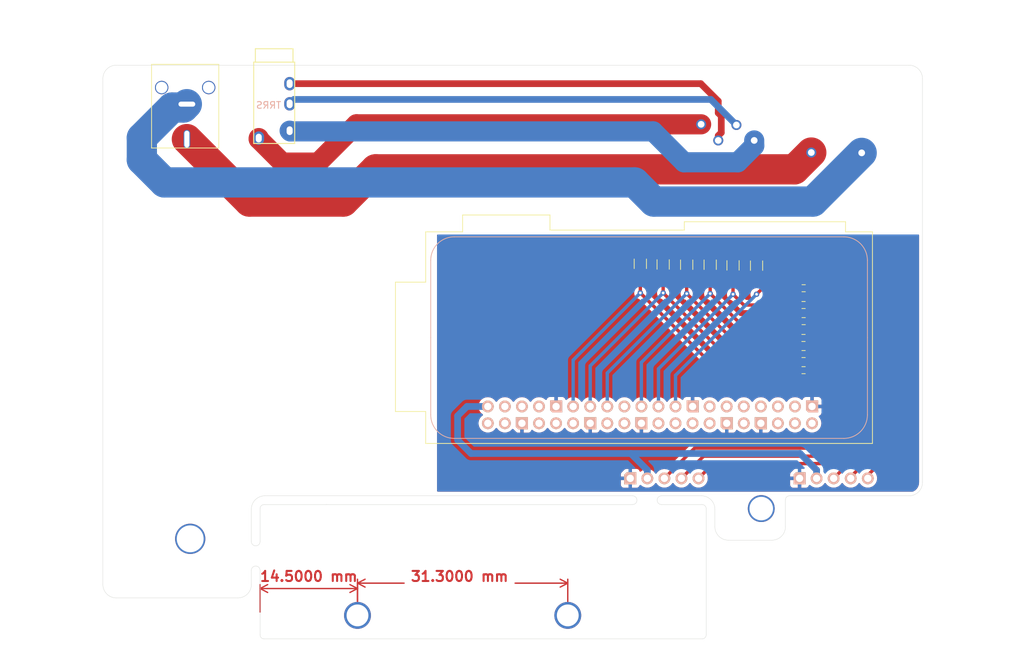
<source format=kicad_pcb>
(kicad_pcb (version 20211014) (generator pcbnew)
  (layers (0 "F.Cu" signal) (31 "B.Cu" signal) (34 "B.Paste" user) (35 "F.Paste" user) (37 "F.SilkS" user "F.Silkscreen") (38 "B.Mask" user) (39 "F.Mask" user) (44 "Edge.Cuts" user))
  (net 0 "")
  (net 1 "gnd")
  (net 2 "r")
  (net 3 "w")
  (net 4 "g")
  (net 5 "b")
  (net 6 "+")
  (net 7 "-")
  (net 8 "3V3")
  (net 9 "GPIO_0")
  (net 10 "GPIO_2")
  (net 11 "GPIO_3")
  (net 12 "GPIO_12")
  (net 13 "GPIO_13")
  (net 14 "GPIO_14")
  (footprint "" (layer "F.Cu") (at 133.86 82 90)
    (fp_text reference "" (at 0 0 90) (layer "F.SilkS") (effects (font (size 1.27 1.27))))
    (fp_text value "" (at 0 0 90) (layer "F.SilkS") (effects (font (size 1.27 1.27))))
    (pad "clk" thru_hole circle (at 0 0) (size 1.7526 1.7526) (drill 1.0922) (layers *.Cu *.SilkS *.Mask) (net 14 "GPIO_14"))
  )
  (footprint "" (layer "F.Cu") (at 118 86.5)
    (fp_text reference "" (at 0 0) (layer "F.SilkS") (effects (font (size 1.27 1.27))))
    (fp_text value "" (at 0 0) (layer "F.SilkS") (effects (font (size 1.27 1.27))))
    (pad "" np_thru_hole circle (at 0 0 270) (size 4 4) (drill 3.5) (layers F&B.Cu *.Mask))
  )
  (footprint "Resistor_SMD:R_0603_1608Metric_Pad0.98x0.95mm_HandSolder" (layer "F.Cu") (at 124.3 63.5)
    (fp_text reference "REF**" hide)
    (fp_text value "R1")
    (fp_line (start -0.254724 -0.5225) (end 0.254724 -0.5225) (layer "F.SilkS") (width 0.12))
    (fp_line (start -0.254724 0.5225) (end 0.254724 0.5225) (layer "F.SilkS") (width 0.12))
    (pad "" smd roundrect (at -0.9125 0) (size 0.975 0.95) (layers "F.Cu" "F.Paste" "F.Mask") (net 10 "GPIO_2"))
    (pad "" smd roundrect (at 0.9125 0) (size 0.975 0.95) (layers "F.Cu" "F.Paste" "F.Mask") (net 10 "GPIO_2"))
  )
  (footprint "" (layer "F.Cu") (at 132.95 33.55)
    (fp_text reference "" (at 0 0) (layer "F.SilkS") (effects (font (size 1.27 1.27))))
    (fp_text value "" (at 0 0) (layer "F.SilkS") (effects (font (size 1.27 1.27))))
    (pad "5" thru_hole circle (at 0 0 270) (size 1.5 1.5) (drill 1) (layers *.Cu *.Mask) (net 7 "-"))
  )
  (footprint "" (layer "F.Cu") (at 89.2 102.4)
    (fp_text reference "" (at 0 0) (layer "F.SilkS") (effects (font (size 1.27 1.27))))
    (fp_text value "" (at 0 0) (layer "F.SilkS") (effects (font (size 1.27 1.27))))
    (pad "" np_thru_hole circle (at 0 0 270) (size 4 4) (drill 3.25) (layers F&B.Cu *.Mask))
  )
  (footprint "" (layer "F.Cu") (at 114.3 29.4)
    (fp_text reference "" (at 0 0) (layer "F.SilkS") (effects (font (size 1.27 1.27))))
    (fp_text value "" (at 0 0) (layer "F.SilkS") (effects (font (size 1.27 1.27))))
    (pad "3" thru_hole circle (at 0 0 270) (size 1.5 1.5) (drill 1) (layers *.Cu *.Mask) (net 4 "g"))
  )
  (footprint "" (layer "F.Cu") (at 131.32 82 90)
    (fp_text reference "" (at 0 0 90) (layer "F.SilkS") (effects (font (size 1.27 1.27))))
    (fp_text value "" (at 0 0 90) (layer "F.SilkS") (effects (font (size 1.27 1.27))))
    (pad "dt" thru_hole circle (at 0 0) (size 1.7526 1.7526) (drill 1.0922) (layers *.Cu *.SilkS *.Mask) (net 13 "GPIO_13"))
  )
  (footprint "" (layer "F.Cu") (at 33 91)
    (fp_text reference "" (at 0 0) (layer "F.SilkS") (effects (font (size 1.27 1.27))))
    (fp_text value "" (at 0 0) (layer "F.SilkS") (effects (font (size 1.27 1.27))))
    (pad "" np_thru_hole circle (at 0 0 270) (size 4.5 4.5) (drill 4) (layers F&B.Cu *.Mask))
  )
  (footprint "Audio_Module:TRRS-PJ-320A" (layer "F.Cu") (at 45.5 20.05)
    (fp_text reference "J1")
    (fp_text value "AudioJack4dpb" hide)
    (fp_text user "TRRS" (at -0.8255 6.4135) (layer "B.SilkS") (effects (justify mirror)))
    (fp_line (start -3.05 0) (end -3.05 12.1) (layer "F.SilkS") (width 0.15))
    (fp_line (start 2.8 0) (end 2.8 -2) (layer "F.SilkS") (width 0.15))
    (fp_line (start 2.8 -2) (end -2.8 -2) (layer "F.SilkS") (width 0.15))
    (fp_line (start -2.8 0) (end -2.8 -2) (layer "F.SilkS") (width 0.15))
    (fp_line (start 3.05 0) (end -3.05 0) (layer "F.SilkS") (width 0.15))
    (fp_line (start 3.05 0) (end 3.05 12.1) (layer "F.SilkS") (width 0.15))
    (fp_line (start 3.05 12.1) (end -3.05 12.1) (layer "F.SilkS") (width 0.15))
    (pad "" np_thru_hole circle (at 0 1.6) (size 0.8 0.8) (drill 0.8) (layers *.Cu *.Mask))
    (pad "" np_thru_hole circle (at 0 8.6) (size 0.8 0.8) (drill 0.8) (layers *.Cu *.Mask))
    (pad "R1" thru_hole oval (at 2.3 6.2) (size 1.6 2) (drill oval 0.9 1.3) (layers *.Cu *.Mask) (net 4 "g"))
    (pad "R2" thru_hole oval (at 2.3 3.2) (size 1.6 2) (drill oval 0.9 1.3) (layers *.Cu *.Mask) (net 3 "w"))
    (pad "S" thru_hole oval (at -2.3 11.3) (size 1.6 2) (drill oval 0.9 1.3) (layers *.Cu *.Mask) (net 2 "r"))
    (pad "T" thru_hole oval (at 2.3 10.2) (size 1.6 2) (drill oval 0.9 1.3) (layers *.Cu *.Mask) (net 5 "b"))
  )
  (footprint "" (layer "F.Cu") (at 101.04 82 90)
    (fp_text reference "" (at 0 0 90) (layer "F.SilkS") (effects (font (size 1.27 1.27))))
    (fp_text value "" (at 0 0 90) (layer "F.SilkS") (effects (font (size 1.27 1.27))))
    (pad "" thru_hole circle (at 0 0) (size 1.7526 1.7526) (drill 1.0922) (layers *.Cu *.SilkS *.Mask) (net 8 "3V3"))
  )
  (footprint "Resistor_SMD:R_0603_1608Metric_Pad0.98x0.95mm_HandSolder" (layer "F.Cu") (at 124.3125 58.6)
    (fp_text reference "REF**" hide)
    (fp_text value "R2")
    (fp_line (start -0.254724 0.5225) (end 0.254724 0.5225) (layer "F.SilkS") (width 0.12))
    (fp_line (start -0.254724 -0.5225) (end 0.254724 -0.5225) (layer "F.SilkS") (width 0.12))
    (pad "" smd roundrect (at 0.9125 0) (size 0.975 0.95) (layers "F.Cu" "F.Paste" "F.Mask") (net 12 "GPIO_12"))
    (pad "" smd roundrect (at -0.9125 0) (size 0.975 0.95) (layers "F.Cu" "F.Paste" "F.Mask") (net 12 "GPIO_12"))
  )
  (footprint "Resistor_SMD:R_0603_1608Metric_Pad0.98x0.95mm_HandSolder" (layer "F.Cu") (at 124.3 56.2)
    (fp_text reference "REF**" hide)
    (fp_text value "R2")
    (fp_line (start -0.254724 -0.5225) (end 0.254724 -0.5225) (layer "F.SilkS") (width 0.12))
    (fp_line (start -0.254724 0.5225) (end 0.254724 0.5225) (layer "F.SilkS") (width 0.12))
    (pad "" smd roundrect (at -0.9125 0) (size 0.975 0.95) (layers "F.Cu" "F.Paste" "F.Mask") (net 13 "GPIO_13"))
    (pad "" smd roundrect (at 0.9125 0) (size 0.975 0.95) (layers "F.Cu" "F.Paste" "F.Mask") (net 13 "GPIO_13"))
  )
  (footprint "" (layer "F.Cu") (at 108.66 82)
    (fp_text reference "" (at 0 0) (layer "F.SilkS") (effects (font (size 1.27 1.27))))
    (fp_text value "" (at 0 0) (layer "F.SilkS") (effects (font (size 1.27 1.27))))
    (pad "clk" thru_hole circle (at 0 0) (size 1.7526 1.7526) (drill 1.0922) (layers *.Cu *.SilkS *.Mask) (net 11 "GPIO_3"))
  )
  (footprint "" (layer "F.Cu") (at 109.05 29.3)
    (fp_text reference "" (at 0 0) (layer "F.SilkS") (effects (font (size 1.27 1.27))))
    (fp_text value "" (at 0 0) (layer "F.SilkS") (effects (font (size 1.27 1.27))))
    (pad "1" thru_hole circle (at 0 0 270) (size 1.5 1.5) (drill 1) (layers *.Cu *.Mask) (net 2 "r"))
  )
  (footprint "Resistor_SMD:R_0603_1608Metric_Pad0.98x0.95mm_HandSolder" (layer "F.Cu") (at 124.3125 53.7)
    (fp_text reference "REF**" hide)
    (fp_text value "R2")
    (fp_line (start -0.254724 0.5225) (end 0.254724 0.5225) (layer "F.SilkS") (width 0.12))
    (fp_line (start -0.254724 -0.5225) (end 0.254724 -0.5225) (layer "F.SilkS") (width 0.12))
    (pad "" smd roundrect (at -0.9125 0) (size 0.975 0.95) (layers "F.Cu" "F.Paste" "F.Mask") (net 14 "GPIO_14"))
    (pad "" smd roundrect (at 0.9125 0) (size 0.975 0.95) (layers "F.Cu" "F.Paste" "F.Mask") (net 14 "GPIO_14"))
  )
  (footprint "Audio_Module:RCA" (layer "F.Cu") (at 32.5 26.3 -90)
    (fp_text reference "REF**")
    (fp_text value "RCA")
    (fp_line (start -5.925 5.25) (end 6.525 5.25) (layer "F.SilkS") (width 0.12))
    (fp_line (start 6.525 5.25) (end 6.525 -4.75) (layer "F.SilkS") (width 0.12))
    (fp_line (start -5.925 5.25) (end -5.925 -4.75) (layer "F.SilkS") (width 0.12))
    (fp_line (start -5.925 -4.75) (end 6.525 -4.75) (layer "F.SilkS") (width 0.12))
    (pad "" np_thru_hole circle (at -2.475 -3.25 270) (size 2 2) (drill 1.7) (layers F&B.Cu *.Mask))
    (pad "" np_thru_hole circle (at -2.475 3.75 270) (size 2 2) (drill 1.7) (layers F&B.Cu *.Mask))
    (pad "1" thru_hole oval (at 5.2 0 270) (size 2.75 1) (drill oval 2.5 0.75) (layers *.Cu *.Mask) (net 6 "+"))
    (pad "2" thru_hole oval (at 0 0) (size 2.75 1) (drill oval 2.5 0.75) (layers *.Cu *.Mask) (net 7 "-"))
  )
  (footprint "Capacitor_SMD:C_1206_3216Metric_Pad1.33x1.80mm_HandSolder" (layer "F.Cu") (at 117.3 50.3375 90)
    (fp_text reference "REF**" hide)
    (fp_text value "104k (.1u)")
    (fp_line (start -0.711252 -0.91) (end 0.711252 -0.91) (layer "F.SilkS") (width 0.12))
    (fp_line (start -0.711252 0.91) (end 0.711252 0.91) (layer "F.SilkS") (width 0.12))
    (pad "" smd roundrect (at 1.5625 0 90) (size 1.325 1.8) (layers "F.Cu" "F.Paste" "F.Mask") (roundrect_rratio 0.188679) (net 1 "gnd"))
    (pad "" smd roundrect (at -1.5625 0 90) (size 1.325 1.8) (layers "F.Cu" "F.Paste" "F.Mask") (roundrect_rratio 0.188679) (net 14 "GPIO_14"))
  )
  (footprint "" (layer "F.Cu") (at 126.24 82 90)
    (fp_text reference "" (at 0 0 90) (layer "F.SilkS") (effects (font (size 1.27 1.27))))
    (fp_text value "" (at 0 0 90) (layer "F.SilkS") (effects (font (size 1.27 1.27))))
    (pad "" thru_hole circle (at 0 0) (size 1.7526 1.7526) (drill 1.0922) (layers *.Cu *.SilkS *.Mask) (net 8 "3V3"))
  )
  (footprint "" (layer "F.Cu") (at 125.45 33.5)
    (fp_text reference "" (at 0 0) (layer "F.SilkS") (effects (font (size 1.27 1.27))))
    (fp_text value "" (at 0 0) (layer "F.SilkS") (effects (font (size 1.27 1.27))))
    (pad "1" thru_hole circle (at 0 0 270) (size 1.5 1.5) (drill 1) (layers *.Cu *.Mask) (net 6 "+"))
  )
  (footprint "Capacitor_SMD:C_1206_3216Metric_Pad1.33x1.80mm_HandSolder" (layer "F.Cu") (at 110.4 50.2 90)
    (fp_text reference "REF**" hide)
    (fp_text value "R2")
    (fp_line (start -0.711252 -0.91) (end 0.711252 -0.91) (layer "F.SilkS") (width 0.12))
    (fp_line (start -0.711252 0.91) (end 0.711252 0.91) (layer "F.SilkS") (width 0.12))
    (pad "" smd roundrect (at 1.5625 0 90) (size 1.325 1.8) (layers "F.Cu" "F.Paste" "F.Mask") (roundrect_rratio 0.188679) (net 1 "gnd"))
    (pad "" smd roundrect (at -1.5625 0 90) (size 1.325 1.8) (layers "F.Cu" "F.Paste" "F.Mask") (roundrect_rratio 0.188679) (net 12 "GPIO_12"))
  )
  (footprint "Capacitor_SMD:C_1206_3216Metric_Pad1.33x1.80mm_HandSolder" (layer "F.Cu") (at 103.4 50.1625 90)
    (fp_text reference "REF**" hide)
    (fp_text value "R1")
    (fp_line (start -0.711252 -0.91) (end 0.711252 -0.91) (layer "F.SilkS") (width 0.12))
    (fp_line (start -0.711252 0.91) (end 0.711252 0.91) (layer "F.SilkS") (width 0.12))
    (pad "" smd roundrect (at -1.5625 0 90) (size 1.325 1.8) (layers "F.Cu" "F.Paste" "F.Mask") (roundrect_rratio 0.188679) (net 10 "GPIO_2"))
    (pad "" smd roundrect (at 1.5625 0 90) (size 1.325 1.8) (layers "F.Cu" "F.Paste" "F.Mask") (roundrect_rratio 0.188679) (net 1 "gnd"))
  )
  (footprint "Capacitor_SMD:C_1206_3216Metric_Pad1.33x1.80mm_HandSolder" (layer "F.Cu") (at 100 50.0625 90)
    (fp_text reference "REF**" hide)
    (fp_text value "R1")
    (fp_line (start -0.711252 0.91) (end 0.711252 0.91) (layer "F.SilkS") (width 0.12))
    (fp_line (start -0.711252 -0.91) (end 0.711252 -0.91) (layer "F.SilkS") (width 0.12))
    (pad "" smd roundrect (at -1.5625 0 90) (size 1.325 1.8) (layers "F.Cu" "F.Paste" "F.Mask") (roundrect_rratio 0.188679) (net 9 "GPIO_0"))
    (pad "" smd roundrect (at 1.5625 0 90) (size 1.325 1.8) (layers "F.Cu" "F.Paste" "F.Mask") (roundrect_rratio 0.188679) (net 1 "gnd"))
  )
  (footprint "Resistor_SMD:R_0603_1608Metric_Pad0.98x0.95mm_HandSolder" (layer "F.Cu") (at 124.3 65.9)
    (fp_text reference "REF**" hide)
    (fp_text value "R1")
    (fp_line (start -0.254724 0.5225) (end 0.254724 0.5225) (layer "F.SilkS") (width 0.12))
    (fp_line (start -0.254724 -0.5225) (end 0.254724 -0.5225) (layer "F.SilkS") (width 0.12))
    (pad "" smd roundrect (at -0.9125 0) (size 0.975 0.95) (layers "F.Cu" "F.Paste" "F.Mask") (net 9 "GPIO_0"))
    (pad "" smd roundrect (at 0.9125 0) (size 0.975 0.95) (layers "F.Cu" "F.Paste" "F.Mask") (net 9 "GPIO_0"))
  )
  (footprint "" (layer "F.Cu") (at 111.6 31.7)
    (fp_text reference "" (at 0 0) (layer "F.SilkS") (effects (font (size 1.27 1.27))))
    (fp_text value "" (at 0 0) (layer "F.SilkS") (effects (font (size 1.27 1.27))))
    (pad "2" thru_hole circle (at 0 0 270) (size 1.5 1.5) (drill 1) (layers *.Cu *.Mask) (net 3 "w"))
  )
  (footprint "" (layer "F.Cu") (at 57.9 102.4)
    (fp_text reference "" (at 0 0) (layer "F.SilkS") (effects (font (size 1.27 1.27))))
    (fp_text value "" (at 0 0) (layer "F.SilkS") (effects (font (size 1.27 1.27))))
    (pad "" np_thru_hole circle (at 0 0 270) (size 4 4) (drill 3.25) (layers F&B.Cu *.Mask))
  )
  (footprint "Capacitor_SMD:C_1206_3216Metric_Pad1.33x1.80mm_HandSolder" (layer "F.Cu") (at 106.9 50.2 90)
    (fp_text reference "REF**" hide)
    (fp_text value "R1")
    (fp_line (start -0.711252 -0.91) (end 0.711252 -0.91) (layer "F.SilkS") (width 0.12))
    (fp_line (start -0.711252 0.91) (end 0.711252 0.91) (layer "F.SilkS") (width 0.12))
    (pad "" smd roundrect (at -1.5625 0 90) (size 1.325 1.8) (layers "F.Cu" "F.Paste" "F.Mask") (roundrect_rratio 0.188679) (net 11 "GPIO_3"))
    (pad "" smd roundrect (at 1.5625 0 90) (size 1.325 1.8) (layers "F.Cu" "F.Paste" "F.Mask") (roundrect_rratio 0.188679) (net 1 "gnd"))
  )
  (footprint "" (layer "F.Cu") (at 103.58 82 90)
    (fp_text reference "" (at 0 0 90) (layer "F.SilkS") (effects (font (size 1.27 1.27))))
    (fp_text value "" (at 0 0 90) (layer "F.SilkS") (effects (font (size 1.27 1.27))))
    (pad "sw" thru_hole circle (at 0 0) (size 1.7526 1.7526) (drill 1.0922) (layers *.Cu *.SilkS *.Mask) (net 9 "GPIO_0"))
  )
  (footprint "" (layer "F.Cu") (at 98.5 82 90)
    (fp_text reference "" (at 0 0 90) (layer "F.SilkS") (effects (font (size 1.27 1.27))))
    (fp_text value "" (at 0 0 90) (layer "F.SilkS") (effects (font (size 1.27 1.27))))
    (pad "" thru_hole roundrect (at 0 0) (size 1.8 1.8) (drill 1.0922) (layers *.Cu *.SilkS *.Mask) (roundrect_rratio 0) (chamfer_ratio 0.2) (chamfer top_left) (net 1 "gnd"))
  )
  (footprint "" (layer "F.Cu") (at 116.95 31.7)
    (fp_text reference "" (at 0 0) (layer "F.SilkS") (effects (font (size 1.27 1.27))))
    (fp_text value "" (at 0 0) (layer "F.SilkS") (effects (font (size 1.27 1.27))))
    (pad "5" thru_hole circle (at 0 0 270) (size 1.5 1.5) (drill 1) (layers *.Cu *.Mask) (net 5 "b"))
  )
  (footprint "" (layer "F.Cu") (at 128.78 82 180)
    (fp_text reference "" (at 0 0) (layer "F.SilkS") (effects (font (size 1.27 1.27))))
    (fp_text value "" (at 0 0) (layer "F.SilkS") (effects (font (size 1.27 1.27))))
    (pad "sw" thru_hole circle (at 0 0 90) (size 1.7526 1.7526) (drill 1.0922) (layers *.Cu *.SilkS *.Mask) (net 12 "GPIO_12"))
  )
  (footprint "Resistor_SMD:R_0603_1608Metric_Pad0.98x0.95mm_HandSolder" (layer "F.Cu") (at 124.2875 61.1)
    (fp_text reference "REF**" hide)
    (fp_text value "42 (10k)")
    (fp_line (start -0.254724 -0.5225) (end 0.254724 -0.5225) (layer "F.SilkS") (width 0.12))
    (fp_line (start -0.254724 0.5225) (end 0.254724 0.5225) (layer "F.SilkS") (width 0.12))
    (pad "" smd roundrect (at 0.9125 0) (size 0.975 0.95) (layers "F.Cu" "F.Paste" "F.Mask") (net 11 "GPIO_3"))
    (pad "" smd roundrect (at -0.9125 0) (size 0.975 0.95) (layers "F.Cu" "F.Paste" "F.Mask") (net 11 "GPIO_3"))
  )
  (footprint "" (layer "F.Cu") (at 123.7 82 90)
    (fp_text reference "" (at 0 0 90) (layer "F.SilkS") (effects (font (size 1.27 1.27))))
    (fp_text value "" (at 0 0 90) (layer "F.SilkS") (effects (font (size 1.27 1.27))))
    (pad "" thru_hole roundrect (at 0 0) (size 1.8 1.8) (drill 1.0922) (layers *.Cu *.SilkS *.Mask) (roundrect_rratio 0) (chamfer_ratio 0.2) (chamfer top_left) (net 1 "gnd"))
  )
  (footprint "" (layer "F.Cu") (at 106.12 82 90)
    (fp_text reference "" (at 0 0 90) (layer "F.SilkS") (effects (font (size 1.27 1.27))))
    (fp_text value "" (at 0 0 90) (layer "F.SilkS") (effects (font (size 1.27 1.27))))
    (pad "dt" thru_hole circle (at 0 0) (size 1.7526 1.7526) (drill 1.0922) (layers *.Cu *.SilkS *.Mask) (net 10 "GPIO_2"))
  )
  (footprint "Capacitor_SMD:C_1206_3216Metric_Pad1.33x1.80mm_HandSolder" (layer "F.Cu") (at 113.8 50.3 90)
    (fp_text reference "REF**" hide)
    (fp_text value "R2")
    (fp_line (start -0.711252 -0.91) (end 0.711252 -0.91) (layer "F.SilkS") (width 0.12))
    (fp_line (start -0.711252 0.91) (end 0.711252 0.91) (layer "F.SilkS") (width 0.12))
    (pad "" smd roundrect (at -1.5625 0 90) (size 1.325 1.8) (layers "F.Cu" "F.Paste" "F.Mask") (roundrect_rratio 0.188679) (net 13 "GPIO_13"))
    (pad "" smd roundrect (at 1.5625 0 90) (size 1.325 1.8) (layers "F.Cu" "F.Paste" "F.Mask") (roundrect_rratio 0.188679) (net 1 "gnd"))
  )
  (footprint "Audio_Module:RPi Zero W" (layer "B.Cu") (at 98.8 61.05 -90)
    (fp_text reference "REF**")
    (fp_text value "RPi Zero W")
    (fp_line (start -15 26.5) (end -15 -31.5) (layer "B.SilkS") (width 0.12))
    (fp_line (start -11.5 30) (end 0 30) (layer "B.SilkS") (width 0.12))
    (fp_line (start -11.5 -35) (end 0 -35) (layer "B.SilkS") (width 0.12))
    (fp_line (start 15 26.5) (end 15 -31.5) (layer "B.SilkS") (width 0.12))
    (fp_line (start 0 30) (end 11.5 30) (layer "B.SilkS") (width 0.12))
    (fp_line (start 0 -35) (end 11.5 -35) (layer "B.SilkS") (width 0.12))
    (fp_arc (start 15 26.5) (mid 13.974874 28.974874) (end 11.5 30) (layer "B.SilkS") (width 0.12))
    (fp_arc (start -11.5 30) (mid -13.974874 28.974874) (end -15 26.5) (layer "B.SilkS") (width 0.12))
    (fp_arc (start -15 -31.5) (mid -13.974874 -33.974874) (end -11.5 -35) (layer "B.SilkS") (width 0.12))
    (fp_arc (start 11.5 -35) (mid 13.974874 -33.974874) (end 15 -31.5) (layer "B.SilkS") (width 0.12))
    (fp_line (start -15.75 30.75) (end -15.75 25.25) (layer "F.SilkS") (width 0.12))
    (fp_line (start 15.75 -35.75) (end -15.75 -35.75) (layer "F.SilkS") (width 0.12))
    (fp_line (start -17.25 -7.75) (end -16 -7.75) (layer "F.SilkS") (width 0.12))
    (fp_line (start -8.25 35.25) (end 11 35.25) (layer "F.SilkS") (width 0.12))
    (fp_line (start 15.75 30.75) (end 15.75 -35.75) (layer "F.SilkS") (width 0.12))
    (fp_line (start -8.25 30.75) (end -15.75 30.75) (layer "F.SilkS") (width 0.12))
    (fp_line (start -17.25 -31.75) (end -17.25 -7.75) (layer "F.SilkS") (width 0.12))
    (fp_line (start 11 35.25) (end 11 30.75) (layer "F.SilkS") (width 0.12))
    (fp_line (start 11 30.75) (end 15.75 30.75) (layer "F.SilkS") (width 0.12))
    (fp_line (start -16 -7.75) (end -16 12.25) (layer "F.SilkS") (width 0.12))
    (fp_line (start -16 12.25) (end -18.25 12.25) (layer "F.SilkS") (width 0.12))
    (fp_line (start -18.25 12.25) (end -18.25 25.25) (layer "F.SilkS") (width 0.12))
    (fp_line (start -15.75 -35.75) (end -15.75 -31.75) (layer "F.SilkS") (width 0.12))
    (fp_line (start -15.75 -31.75) (end -17.25 -31.75) (layer "F.SilkS") (width 0.12))
    (fp_line (start -18.25 25.25) (end -15.75 25.25) (layer "F.SilkS") (width 0.12))
    (fp_line (start -8.25 35.25) (end -8.25 30.75) (layer "F.SilkS") (width 0.12))
    (pad "" thru_hole circle (at 10.25 -6.44) (size 1.7526 1.7526) (drill 1.0922) (layers *.Cu *.SilkS *.Mask) (net 14 "GPIO_14"))
    (pad "" thru_hole circle (at 10.25 6.26) (size 1.7526 1.7526) (drill 1.0922) (layers *.Cu *.SilkS *.Mask) (net 10 "GPIO_2"))
    (pad "" thru_hole circle (at 10.25 -3.9) (size 1.7526 1.7526) (drill 1.0922) (layers *.Cu *.SilkS *.Mask) (net 13 "GPIO_13"))
    (pad "" thru_hole circle (at 10.25 8.8) (size 1.7526 1.7526) (drill 1.0922) (layers *.Cu *.SilkS *.Mask) (net 9 "GPIO_0"))
    (pad "" thru_hole circle (at 10.25 3.72) (size 1.7526 1.7526) (drill 1.0922) (layers *.Cu *.SilkS *.Mask) (net 11 "GPIO_3"))
    (pad "" thru_hole circle (at 10.25 -1.36) (size 1.7526 1.7526) (drill 1.0922) (layers *.Cu *.SilkS *.Mask) (net 12 "GPIO_12"))
    (pad "" thru_hole circle (at 10.25 21.5) (size 1.7526 1.7526) (drill 1.0922) (layers *.Cu *.SilkS *.Mask) (net 8 "3V3"))
    (pad "2" thru_hole circle (at 10.25 18.96) (size 1.7526 1.7526) (drill 1.0922) (layers *.Cu *.SilkS *.Mask))
    (pad "3" thru_hole circle (at 10.25 16.42) (size 1.7526 1.7526) (drill 1.0922) (layers *.Cu *.SilkS *.Mask))
    (pad "3" thru_hole circle (at 12.75 -3.9) (size 1.7526 1.7526) (drill 1.0922) (layers *.Cu *.SilkS *.Mask))
    (pad "3v3" thru_hole circle (at 10.25 1.18) (size 1.7526 1.7526) (drill 1.0922) (layers *.Cu *.SilkS *.Mask))
    (pad "4" thru_hole circle (at 12.75 -6.44) (size 1.7526 1.7526) (drill 1.0922) (layers *.Cu *.SilkS *.Mask))
    (pad "4" thru_hole circle (at 10.25 13.88) (size 1.7526 1.7526) (drill 1.0922) (layers *.Cu *.SilkS *.Mask))
    (pad "4" thru_hole circle (at 12.75 13.88) (size 1.7526 1.7526) (drill 1.0922) (layers *.Cu *.SilkS *.Mask))
    (pad "5" thru_hole circle (at 12.75 -8.98) (size 1.7526 1.7526) (drill 1.0922) (layers *.Cu *.SilkS *.Mask))
    (pad "5" thru_hole circle (at 12.75 11.34) (size 1.7526 1.7526) (drill 1.0922) (layers *.Cu *.SilkS *.Mask))
    (pad "6" thru_hole circle (at 12.75 -11.52) (size 1.7526 1.7526) (drill 1.0922) (layers *.Cu *.SilkS *.Mask))
    (pad "6" thru_hole circle (at 12.75 8.8) (size 1.7526 1.7526) (drill 1.0922) (layers *.Cu *.SilkS *.Mask))
    (pad "6" thru_hole circle (at 10.25 -11.52) (size 1.7526 1.7526) (drill 1.0922) (layers *.Cu *.SilkS *.Mask))
    (pad "7" thru_hole circle (at 10.25 -14.06) (size 1.7526 1.7526) (drill 1.0922) (layers *.Cu *.SilkS *.Mask))
    (pad "8" thru_hole circle (at 12.75 -16.6) (size 1.7526 1.7526) (drill 1.0922) (layers *.Cu *.SilkS *.Mask))
    (pad "8" thru_hole circle (at 10.25 -16.6) (size 1.7526 1.7526) (drill 1.0922) (layers *.Cu *.SilkS *.Mask))
    (pad "8" thru_hole circle (at 12.75 3.72) (size 1.7526 1.7526) (drill 1.0922) (layers *.Cu *.SilkS *.Mask))
    (pad "9" thru_hole circle (at 10.25 -19.14) (size 1.7526 1.7526) (drill 1.0922) (layers *.Cu *.SilkS *.Mask))
    (pad "9" thru_hole circle (at 12.75 1.18) (size 1.7526 1.7526) (drill 1.0922) (layers *.Cu *.SilkS *.Mask))
    (pad "10" thru_hole circle (at 10.25 -21.68) (size 1.7526 1.7526) (drill 1.0922) (layers *.Cu *.SilkS *.Mask))
    (pad "10" thru_hole circle (at 12.75 -21.68) (size 1.7526 1.7526) (drill 1.0922) (layers *.Cu *.SilkS *.Mask))
    (pad "11" thru_hole circle (at 12.75 -24.22) (size 1.7526 1.7526) (drill 1.0922) (layers *.Cu *.SilkS *.Mask))
    (pad "11" thru_hole circle (at 10.25 -24.22) (size 1.7526 1.7526) (drill 1.0922) (layers *.Cu *.SilkS *.Mask))
    (pad "12" thru_hole circle (at 12.75 -26.76) (size 1.7526 1.7526) (drill 1.0922) (layers *.Cu *.SilkS *.Mask))
    (pad "gnd" thru_hole roundrect (at 10.25 11.34) (size 1.8 1.8) (drill 1.0922) (layers *.Cu *.SilkS *.Mask) (roundrect_rratio 0) (chamfer_ratio 0.2) (chamfer bottom_left) (net 1 "gnd"))
    (pad "gnd" thru_hole roundrect (at 10.25 -26.76) (size 1.8 1.8) (drill 1.0922) (layers *.Cu *.SilkS *.Mask) (roundrect_rratio 0) (chamfer_ratio 0.2) (chamfer bottom_left) (net 1 "gnd"))
    (pad "gnd" thru_hole roundrect (at 12.75 -19.14) (size 1.8 1.8) (drill 1.0922) (layers *.Cu *.SilkS *.Mask) (roundrect_rratio 0) (chamfer_ratio 0.2) (chamfer bottom_left) (net 1 "gnd"))
    (pad "gnd" thru_hole roundrect (at 12.75 -1.36) (size 1.8 1.8) (drill 1.0922) (layers *.Cu *.SilkS *.Mask) (roundrect_rratio 0) (chamfer_ratio 0.2) (chamfer bottom_left) (net 1 "gnd"))
    (pad "gnd" thru_hole roundrect (at 10.25 -8.98) (size 1.8 1.8) (drill 1.0922) (layers *.Cu *.SilkS *.Mask) (roundrect_rratio 0) (chamfer_ratio 0.2) (chamfer bottom_left) (net 1 "gnd"))
    (pad "gnd" thru_hole roundrect (at 12.75 6.26) (size 1.8 1.8) (drill 1.0922) (layers *.Cu *.SilkS *.Mask) (roundrect_rratio 0) (chamfer_ratio 0.2) (chamfer bottom_left) (net 1 "gnd"))
    (pad "gnd" thru_hole roundrect (at 12.75 -14.06) (size 1.8 1.8) (drill 1.0922) (layers *.Cu *.SilkS *.Mask) (roundrect_rratio 0) (chamfer_ratio 0.2) (chamfer bottom_left) (net 1 "gnd"))
    (pad "gnd" thru_hole roundrect (at 12.75 16.42) (size 1.8 1.8) (drill 1.0922) (layers *.Cu *.SilkS *.Mask) (roundrect_rratio 0) (chamfer_ratio 0.2) (chamfer bottom_left) (net 1 "gnd"))
    (pad "vcc" thru_hole circle (at 12.75 21.5) (size 1.7526 1.7526) (drill 1.0922) (layers *.Cu *.SilkS *.Mask))
    (pad "vcc" thru_hole circle (at 12.75 18.96) (size 1.7526 1.7526) (drill 1.0922) (layers *.Cu *.SilkS *.Mask))
  )
  (gr_arc (start 42.1 86.6) (mid 42.685786 85.185786) (end 44.1 84.6) (layer "Edge.Cuts") (width 0.05))
  (gr_arc (start 121.6 85.200624) (mid 121.775727 84.776344) (end 122.2 84.600624) (layer "Edge.Cuts") (width 0.05))
  (gr_arc (start 121.6 89.2) (mid 121.014214 90.614214) (end 119.6 91.2) (layer "Edge.Cuts") (width 0.05))
  (gr_arc (start 98.85 84.6) (mid 99.5 85.25) (end 98.85 85.9) (layer "Edge.Cuts") (width 0.05))
  (gr_line (start 140 20.5) (end 22 20.5) (layer "Edge.Cuts") (width 0.05))
  (gr_line (start 20 22.5) (end 20 97.8) (layer "Edge.Cuts") (width 0.05))
  (gr_arc (start 43.4 86.5) (mid 43.575736 86.075736) (end 44 85.9) (layer "Edge.Cuts") (width 0.05))
  (gr_line (start 109.1 84.6) (end 103.15 84.6) (layer "Edge.Cuts") (width 0.05))
  (gr_arc (start 42.1 97.8) (mid 41.514214 99.214214) (end 40.1 99.8) (layer "Edge.Cuts") (width 0.05))
  (gr_arc (start 109.2 85.9) (mid 109.624264 86.075736) (end 109.8 86.5) (layer "Edge.Cuts") (width 0.05))
  (gr_line (start 43.4 95.7) (end 43.4 105.3) (layer "Edge.Cuts") (width 0.05))
  (gr_line (start 98.85 84.6) (end 44.1 84.6) (layer "Edge.Cuts") (width 0.05))
  (gr_line (start 44 105.9) (end 109.200001 105.899999) (layer "Edge.Cuts") (width 0.05))
  (gr_arc (start 142 82.6) (mid 141.414214 84.014214) (end 140 84.6) (layer "Edge.Cuts") (width 0.05))
  (gr_line (start 40.1 99.8) (end 22 99.8) (layer "Edge.Cuts") (width 0.05))
  (gr_line (start 103.15 85.9) (end 109.2 85.9) (layer "Edge.Cuts") (width 0.05))
  (gr_arc (start 109.1 84.6) (mid 110.514214 85.185786) (end 111.1 86.6) (layer "Edge.Cuts") (width 0.05))
  (gr_line (start 53.3 85.9) (end 44 85.9) (layer "Edge.Cuts") (width 0.05))
  (gr_line (start 109.800001 105.299999) (end 109.8 86.5) (layer "Edge.Cuts") (width 0.05))
  (gr_line (start 142 82.6) (end 142 22.5) (layer "Edge.Cuts") (width 0.05))
  (gr_line (start 111.1 89.2) (end 111.1 86.6) (layer "Edge.Cuts") (width 0.05))
  (gr_line (start 98.85 85.9) (end 53.3 85.9) (layer "Edge.Cuts") (width 0.05))
  (gr_line (start 140 84.6) (end 122.2 84.600624) (layer "Edge.Cuts") (width 0.05))
  (gr_line (start 42.1 95.7) (end 42.1 97.8) (layer "Edge.Cuts") (width 0.05))
  (gr_line (start 121.6 85.200624) (end 121.6 89.2) (layer "Edge.Cuts") (width 0.05))
  (gr_arc (start 140 20.5) (mid 141.414214 21.085786) (end 142 22.5) (layer "Edge.Cuts") (width 0.05))
  (gr_line (start 119.6 91.2) (end 113.1 91.2) (layer "Edge.Cuts") (width 0.05))
  (gr_arc (start 20 22.5) (mid 20.585786 21.085786) (end 22 20.5) (layer "Edge.Cuts") (width 0.05))
  (gr_arc (start 109.800001 105.299999) (mid 109.624265 105.724264) (end 109.200001 105.899999) (layer "Edge.Cuts") (width 0.05))
  (gr_arc (start 42.1 95.7) (mid 42.75 95.05) (end 43.4 95.7) (layer "Edge.Cuts") (width 0.05))
  (gr_arc (start 103.15 85.9) (mid 102.5 85.25) (end 103.15 84.6) (layer "Edge.Cuts") (width 0.05))
  (gr_line (start 42.1 86.6) (end 42.1 91.4) (layer "Edge.Cuts") (width 0.05))
  (gr_arc (start 44 105.9) (mid 43.575736 105.724264) (end 43.4 105.3) (layer "Edge.Cuts") (width 0.05))
  (gr_arc (start 22 99.8) (mid 20.585786 99.214214) (end 20 97.8) (layer "Edge.Cuts") (width 0.05))
  (gr_arc (start 43.4 91.4) (mid 42.75 92.05) (end 42.1 91.4) (layer "Edge.Cuts") (width 0.05))
  (gr_arc (start 113.1 91.2) (mid 111.685786 90.614214) (end 111.1 89.2) (layer "Edge.Cuts") (width 0.05))
  (gr_line (start 43.4 86.5) (end 43.4 91.4) (layer "Edge.Cuts") (width 0.05))
  (dimension (type aligned) (layer "F.Cu") (pts (xy 57.9 102.4) (xy 89.2 102.4)) (height -4.8) (gr_text "31.3000 mm" (at 73.1 96.6) (layer "F.Cu") (effects (font (size 1.5 1.5) (thickness 0.3)))) (format (units 3) (units_format 1) (precision 4)) (style (thickness 0.2) (arrow_length 1.27) (text_position_mode 2) (extension_height 0.58642) (extension_offset 0.5) keep_text_aligned))
  (dimension (type aligned) (layer "F.Cu") (pts (xy 57.9 102.4) (xy 43.4 102.4)) (height 4) (gr_text "14.5000 mm" (at 50.65 96.6) (layer "F.Cu") (effects (font (size 1.5 1.5) (thickness 0.3)))) (format (units 3) (units_format 1) (precision 4)) (style (thickness 0.2) (arrow_length 1.27) (text_position_mode 0) (extension_height 0.58642) (extension_offset 0.5) keep_text_aligned))
  (segment (start 57.75 29.3) (end 109.05 29.3) (width 3) (layer "F.Cu") (net 2))
  (segment (start 43.2 31.35) (end 43.2 31.5) (width 3) (layer "F.Cu") (net 2))
  (segment (start 43.2 31.5) (end 46.7 35) (width 3) (layer "F.Cu") (net 2))
  (segment (start 46.7 35) (end 52.05 35) (width 3) (layer "F.Cu") (net 2))
  (segment (start 52.05 35) (end 57.75 29.3) (width 3) (layer "F.Cu") (net 2))
  (segment (start 109 23.25) (end 111.6 25.85) (width 1) (layer "F.Cu") (net 3))
  (segment (start 47.8 23.25) (end 109 23.25) (width 1) (layer "F.Cu") (net 3))
  (segment (start 111.6 25.85) (end 111.6 27.608039) (width 1) (layer "F.Cu") (net 3))
  (segment (start 111.6 27.608039) (end 112.04952 28.057559) (width 1) (layer "F.Cu") (net 3))
  (segment (start 112.04952 28.057559) (end 112.04952 30.542441) (width 1) (layer "F.Cu") (net 3))
  (segment (start 111.6 30.991961) (end 111.6 31.7) (width 1) (layer "F.Cu") (net 3))
  (segment (start 112.04952 30.542441) (end 111.6 30.991961) (width 1) (layer "F.Cu") (net 3))
  (segment (start 110.5 25.6) (end 114.3 29.4) (width 1) (layer "B.Cu") (net 4))
  (segment (start 47.8 26.25) (end 48.45 25.6) (width 1) (layer "B.Cu") (net 4))
  (segment (start 48.45 25.6) (end 110.5 25.6) (width 1) (layer "B.Cu") (net 4))
  (segment (start 47.9 30.35) (end 101.9 30.35) (width 3) (layer "B.Cu") (net 5))
  (segment (start 116.95 32.511631) (end 116.95 31.7) (width 3) (layer "B.Cu") (net 5))
  (segment (start 101.9 30.35) (end 106.499511 34.949511) (width 3) (layer "B.Cu") (net 5))
  (segment (start 47.8 30.25) (end 47.9 30.35) (width 3) (layer "B.Cu") (net 5))
  (segment (start 106.499511 34.949511) (end 114.51212 34.949511) (width 3) (layer "B.Cu") (net 5))
  (segment (start 114.51212 34.949511) (end 116.95 32.511631) (width 3) (layer "B.Cu") (net 5))
  (segment (start 32.5 31.5) (end 41.8 40.8) (width 4.5) (layer "F.Cu") (net 6))
  (segment (start 60.6 36) (end 122.95 36) (width 4.5) (layer "F.Cu") (net 6))
  (segment (start 41.8 40.8) (end 55.8 40.8) (width 4.5) (layer "F.Cu") (net 6))
  (segment (start 55.8 40.8) (end 60.6 36) (width 4.5) (layer "F.Cu") (net 6))
  (segment (start 122.95 36) (end 125.45 33.5) (width 4.5) (layer "F.Cu") (net 6))
  (segment (start 125.7 40.8) (end 132.95 33.55) (width 4.5) (layer "B.Cu") (net 7))
  (segment (start 30.3 26.8) (end 25.8 31.3) (width 4.5) (layer "B.Cu") (net 7))
  (segment (start 32.5 26.3) (end 32 26.8) (width 4.5) (layer "B.Cu") (net 7))
  (segment (start 25.8 34.6) (end 29.15 37.95) (width 4.5) (layer "B.Cu") (net 7))
  (segment (start 102 40.8) (end 125.7 40.8) (width 4.5) (layer "B.Cu") (net 7))
  (segment (start 29.15 37.95) (end 99.15 37.95) (width 4.5) (layer "B.Cu") (net 7))
  (segment (start 32 26.8) (end 30.3 26.8) (width 4.5) (layer "B.Cu") (net 7))
  (segment (start 99.15 37.95) (end 102 40.8) (width 4.5) (layer "B.Cu") (net 7))
  (segment (start 25.8 31.3) (end 25.8 34.6) (width 4.5) (layer "B.Cu") (net 7))
  (segment (start 72.8 72.7) (end 74.2 71.3) (width 1) (layer "B.Cu") (net 8))
  (segment (start 101.04 82) (end 101.04 80.760725) (width 1) (layer "B.Cu") (net 8))
  (segment (start 72.8 76.3) (end 72.8 72.7) (width 1) (layer "B.Cu") (net 8))
  (segment (start 74.8 78.3) (end 72.8 76.3) (width 1) (layer "B.Cu") (net 8))
  (segment (start 101.04 80.760725) (end 98.579275 78.3) (width 1) (layer "B.Cu") (net 8))
  (segment (start 98.579275 78.3) (end 74.8 78.3) (width 1) (layer "B.Cu") (net 8))
  (segment (start 123.779275 78.3) (end 126.24 80.760725) (width 1) (layer "B.Cu") (net 8))
  (segment (start 74.2 71.3) (end 77.3 71.3) (width 1) (layer "B.Cu") (net 8))
  (segment (start 98.579275 78.3) (end 123.779275 78.3) (width 1) (layer "B.Cu") (net 8))
  (segment (start 126.24 80.760725) (end 126.24 82) (width 1) (layer "B.Cu") (net 8))
  (segment (start 100 54.4) (end 100 51.625) (width 0.5) (layer "F.Cu") (net 9))
  (segment (start 131.7 73.8) (end 131.7 66.1) (width 0.5) (layer "F.Cu") (net 9))
  (segment (start 131.5 65.9) (end 125.2125 65.9) (width 0.5) (layer "F.Cu") (net 9))
  (segment (start 131.7 66.1) (end 131.5 65.9) (width 0.5) (layer "F.Cu") (net 9))
  (segment (start 128 77.5) (end 131.7 73.8) (width 0.5) (layer "F.Cu") (net 9))
  (segment (start 123.3875 65.9) (end 111.5 65.9) (width 0.5) (layer "F.Cu") (net 9))
  (segment (start 103.58 82) (end 108.08 77.5) (width 0.5) (layer "F.Cu") (net 9))
  (segment (start 108.08 77.5) (end 128 77.5) (width 0.5) (layer "F.Cu") (net 9))
  (segment (start 111.5 65.9) (end 100 54.4) (width 0.5) (layer "F.Cu") (net 9))
  (via (at 100 54.4) (size 0.8) (drill 0.4) (layers "F.Cu" "B.Cu") (net 9))
  (segment (start 90 64.4) (end 90 71.3) (width 0.5) (layer "B.Cu") (net 9))
  (segment (start 100 54.4) (end 90 64.4) (width 0.5) (layer "B.Cu") (net 9))
  (segment (start 132.9 64.1) (end 132.3 63.5) (width 0.5) (layer "F.Cu") (net 10))
  (segment (start 109.42 78.7) (end 128.5 78.7) (width 0.5) (layer "F.Cu") (net 10))
  (segment (start 112.5 63.5) (end 103.4 54.4) (width 0.5) (layer "F.Cu") (net 10))
  (segment (start 132.3 63.5) (end 125.2125 63.5) (width 0.5) (layer "F.Cu") (net 10))
  (segment (start 123.3875 63.5) (end 112.5 63.5) (width 0.5) (layer "F.Cu") (net 10))
  (segment (start 106.12 82) (end 109.42 78.7) (width 0.5) (layer "F.Cu") (net 10))
  (segment (start 132.9 74.3) (end 132.9 64.1) (width 0.5) (layer "F.Cu") (net 10))
  (segment (start 103.4 54.4) (end 103.4 51.725) (width 0.5) (layer "F.Cu") (net 10))
  (segment (start 128.5 78.7) (end 132.9 74.3) (width 0.5) (layer "F.Cu") (net 10))
  (via (at 103.4 54.4) (size 0.8) (drill 0.4) (layers "F.Cu" "B.Cu") (net 10))
  (segment (start 103.4 54.4) (end 92.54 65.26) (width 0.5) (layer "B.Cu") (net 10))
  (segment (start 92.54 65.26) (end 92.54 71.3) (width 0.5) (layer "B.Cu") (net 10))
  (segment (start 134 74.9) (end 134 62.8) (width 0.5) (layer "F.Cu") (net 11))
  (segment (start 129.1 79.8) (end 134 74.9) (width 0.5) (layer "F.Cu") (net 11))
  (segment (start 113.5 61.1) (end 106.9 54.5) (width 0.5) (layer "F.Cu") (net 11))
  (segment (start 108.66 82) (end 110.86 79.8) (width 0.5) (layer "F.Cu") (net 11))
  (segment (start 110.86 79.8) (end 129.1 79.8) (width 0.5) (layer "F.Cu") (net 11))
  (segment (start 106.9 54.5) (end 106.9 51.7625) (width 0.5) (layer "F.Cu") (net 11))
  (segment (start 132.3 61.1) (end 125.2 61.1) (width 0.5) (layer "F.Cu") (net 11))
  (segment (start 134 62.8) (end 132.3 61.1) (width 0.5) (layer "F.Cu") (net 11))
  (segment (start 123.375 61.1) (end 113.5 61.1) (width 0.5) (layer "F.Cu") (net 11))
  (via (at 106.9 54.5) (size 0.8) (drill 0.4) (layers "F.Cu" "B.Cu") (net 11))
  (segment (start 95.08 66.32) (end 95.08 71.3) (width 0.5) (layer "B.Cu") (net 11))
  (segment (start 106.9 54.5) (end 95.08 66.32) (width 0.5) (layer "B.Cu") (net 11))
  (segment (start 114.5 58.6) (end 110.4 54.5) (width 0.5) (layer "F.Cu") (net 12))
  (segment (start 131.7 58.6) (end 125.225 58.6) (width 0.5) (layer "F.Cu") (net 12))
  (segment (start 135.1 62) (end 131.7 58.6) (width 0.5) (layer "F.Cu") (net 12))
  (segment (start 123.4 58.6) (end 114.5 58.6) (width 0.5) (layer "F.Cu") (net 12))
  (segment (start 128.78 82) (end 135.1 75.68) (width 0.5) (layer "F.Cu") (net 12))
  (segment (start 135.1 75.68) (end 135.1 62) (width 0.5) (layer "F.Cu") (net 12))
  (segment (start 110.4 54.5) (end 110.4 51.7625) (width 0.5) (layer "F.Cu") (net 12))
  (via (at 110.4 54.5) (size 0.8) (drill 0.4) (layers "F.Cu" "B.Cu") (net 12))
  (segment (start 110.4 54.5) (end 100.16 64.74) (width 0.5) (layer "B.Cu") (net 12))
  (segment (start 100.16 64.74) (end 100.16 71.3) (width 0.5) (layer "B.Cu") (net 12))
  (segment (start 113.8 54.6) (end 113.8 51.8625) (width 0.5) (layer "F.Cu") (net 13))
  (segment (start 131.32 81.78) (end 136.2 76.9) (width 0.5) (layer "F.Cu") (net 13))
  (segment (start 136.2 76.9) (end 136.2 61.4) (width 0.5) (layer "F.Cu") (net 13))
  (segment (start 136.2 61.4) (end 131 56.2) (width 0.5) (layer "F.Cu") (net 13))
  (segment (start 131 56.2) (end 125.2125 56.2) (width 0.5) (layer "F.Cu") (net 13))
  (segment (start 123.3875 56.2) (end 115.4 56.2) (width 0.5) (layer "F.Cu") (net 13))
  (segment (start 131.32 82) (end 131.32 81.78) (width 0.5) (layer "F.Cu") (net 13))
  (segment (start 115.4 56.2) (end 113.8 54.6) (width 0.5) (layer "F.Cu") (net 13))
  (via (at 113.8 54.6) (size 0.8) (drill 0.4) (layers "F.Cu" "B.Cu") (net 13))
  (segment (start 113.8 54.6) (end 102.7 65.7) (width 0.5) (layer "B.Cu") (net 13))
  (segment (start 102.7 65.7) (end 102.7 71.3) (width 0.5) (layer "B.Cu") (net 13))
  (segment (start 130.6 53.7) (end 125.225 53.7) (width 0.5) (layer "F.Cu") (net 14))
  (segment (start 118.2 53.7) (end 118.2 52.8) (width 0.5) (layer "F.Cu") (net 14))
  (segment (start 123.4 53.7) (end 118.2 53.7) (width 0.5) (layer "F.Cu") (net 14))
  (segment (start 133.86 81.54) (end 137.2 78.2) (width 0.5) (layer "F.Cu") (net 14))
  (segment (start 137.2 78.2) (end 137.2 60.3) (width 0.5) (layer "F.Cu") (net 14))
  (segment (start 133.86 82) (end 133.86 81.54) (width 0.5) (layer "F.Cu") (net 14))
  (segment (start 118.2 52.8) (end 117.3 51.9) (width 0.5) (layer "F.Cu") (net 14))
  (segment (start 118.2 53.7) (end 117.3 54.6) (width 0.5) (layer "F.Cu") (net 14))
  (segment (start 137.2 60.3) (end 130.6 53.7) (width 0.5) (layer "F.Cu") (net 14))
  (via (at 117.3 54.6) (size 0.8) (drill 0.4) (layers "F.Cu" "B.Cu") (net 14))
  (segment (start 105.24 66.66) (end 105.24 71.3) (width 0.5) (layer "B.Cu") (net 14))
  (segment (start 117.3 54.6) (end 105.24 66.66) (width 0.5) (layer "B.Cu") (net 14))
  (zone (net 1) (net_name "gnd") (layers F&B.Cu) (name "gnd") (connect_pads (clearance 0.508)) (min_thickness 0.254) (fill yes (thermal_gap 0.508) (thermal_bridge_width 0.508))
    (polygon (pts (xy 142.22 83.98) (xy 69.74 83.98) (xy 69.74 45.7) (xy 142.22 45.7)))
  )
)
</source>
